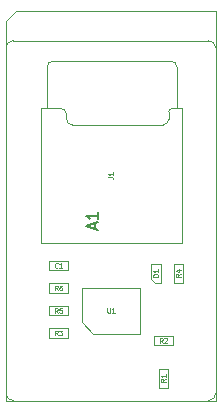
<source format=gbr>
%TF.GenerationSoftware,KiCad,Pcbnew,5.1.6+dfsg1-1~bpo10+1*%
%TF.CreationDate,Date%
%TF.ProjectId,ProMicro_LOG,50726f4d-6963-4726-9f5f-4c4f472e6b69,v1.2*%
%TF.SameCoordinates,Original*%
%TF.FileFunction,Other,Fab,Top*%
%FSLAX45Y45*%
G04 Gerber Fmt 4.5, Leading zero omitted, Abs format (unit mm)*
G04 Created by KiCad*
%MOMM*%
%LPD*%
G01*
G04 APERTURE LIST*
%TA.AperFunction,Profile*%
%ADD10C,0.100000*%
%TD*%
%ADD11C,0.100000*%
%ADD12C,0.060000*%
%ADD13C,0.150000*%
G04 APERTURE END LIST*
D10*
X-63500Y127000D02*
G75*
G03*
X-127000Y63500I0J-63500D01*
G01*
X1651000Y63500D02*
G75*
G03*
X1587500Y127000I-63500J0D01*
G01*
X1587500Y-2921000D02*
G75*
G03*
X1651000Y-2857500I0J63500D01*
G01*
X-127000Y-2857500D02*
G75*
G03*
X-63500Y-2921000I63500J0D01*
G01*
X-127000Y63500D02*
X-127000Y-2857500D01*
X1587500Y127000D02*
X-63500Y127000D01*
X1651000Y-2857500D02*
X1651000Y63500D01*
X-63500Y-2921000D02*
X1587500Y-2921000D01*
D11*
X237500Y-1818000D02*
X237500Y-1738000D01*
X237500Y-1738000D02*
X397500Y-1738000D01*
X397500Y-1738000D02*
X397500Y-1818000D01*
X397500Y-1818000D02*
X237500Y-1818000D01*
X1651000Y-2921000D02*
X-127000Y-2921000D01*
X-127000Y-2921000D02*
X-127000Y292100D01*
X-38100Y381000D02*
X-127000Y292100D01*
X-38100Y381000D02*
X1651000Y381000D01*
X1651000Y381000D02*
X1651000Y-2921000D01*
X1166500Y-2650500D02*
X1246500Y-2650500D01*
X1246500Y-2650500D02*
X1246500Y-2810500D01*
X1246500Y-2810500D02*
X1166500Y-2810500D01*
X1166500Y-2810500D02*
X1166500Y-2650500D01*
X1103000Y-1761500D02*
X1103000Y-1891500D01*
X1103000Y-1891500D02*
X1133000Y-1921500D01*
X1133000Y-1921500D02*
X1183000Y-1921500D01*
X1183000Y-1921500D02*
X1183000Y-1761500D01*
X1183000Y-1761500D02*
X1103000Y-1761500D01*
X1373500Y-1921500D02*
X1293500Y-1921500D01*
X1293500Y-1921500D02*
X1293500Y-1761500D01*
X1293500Y-1761500D02*
X1373500Y-1761500D01*
X1373500Y-1761500D02*
X1373500Y-1921500D01*
X237500Y-2008500D02*
X237500Y-1928500D01*
X237500Y-1928500D02*
X397500Y-1928500D01*
X397500Y-1928500D02*
X397500Y-2008500D01*
X397500Y-2008500D02*
X237500Y-2008500D01*
X237500Y-2199000D02*
X237500Y-2119000D01*
X237500Y-2119000D02*
X397500Y-2119000D01*
X397500Y-2119000D02*
X397500Y-2199000D01*
X397500Y-2199000D02*
X237500Y-2199000D01*
X237500Y-2389500D02*
X237500Y-2309500D01*
X237500Y-2309500D02*
X397500Y-2309500D01*
X397500Y-2309500D02*
X397500Y-2389500D01*
X397500Y-2389500D02*
X237500Y-2389500D01*
X1286500Y-2373000D02*
X1286500Y-2453000D01*
X1286500Y-2453000D02*
X1126500Y-2453000D01*
X1126500Y-2453000D02*
X1126500Y-2373000D01*
X1126500Y-2373000D02*
X1286500Y-2373000D01*
X517000Y-2256500D02*
X517000Y-1964000D01*
X517000Y-1964000D02*
X1007000Y-1964000D01*
X1007000Y-1964000D02*
X1007000Y-2354000D01*
X1007000Y-2354000D02*
X614500Y-2354000D01*
X614500Y-2354000D02*
X517000Y-2256500D01*
X271500Y-46000D02*
X1271500Y-46000D01*
X1252000Y-476000D02*
X1252000Y-536000D01*
X166500Y-446000D02*
X336000Y-446000D01*
X386000Y-536000D02*
X386000Y-496000D01*
X1202000Y-586000D02*
X436000Y-586000D01*
X1361500Y-1586000D02*
X166500Y-1586000D01*
X166500Y-446000D02*
X166500Y-1586000D01*
X1361500Y-446000D02*
X1283000Y-446000D01*
X1361500Y-1586000D02*
X1361500Y-446000D01*
X1321500Y-446000D02*
X1321500Y-96000D01*
X221500Y-96000D02*
X221500Y-446000D01*
X221500Y-96000D02*
G75*
G02*
X271500Y-46000I50000J0D01*
G01*
X1271500Y-46000D02*
G75*
G02*
X1321500Y-96000I0J-50000D01*
G01*
X1252000Y-476000D02*
G75*
G02*
X1282000Y-446000I30000J0D01*
G01*
X1252000Y-536000D02*
G75*
G02*
X1202000Y-586000I-50000J0D01*
G01*
X386000Y-536000D02*
G75*
G03*
X436000Y-586000I50000J0D01*
G01*
X336000Y-446000D02*
G75*
G02*
X386000Y-496000I0J-50000D01*
G01*
D12*
X310833Y-1792286D02*
X308929Y-1794190D01*
X303214Y-1796095D01*
X299405Y-1796095D01*
X293690Y-1794190D01*
X289881Y-1790381D01*
X287976Y-1786571D01*
X286071Y-1778952D01*
X286071Y-1773238D01*
X287976Y-1765619D01*
X289881Y-1761809D01*
X293690Y-1758000D01*
X299405Y-1756095D01*
X303214Y-1756095D01*
X308929Y-1758000D01*
X310833Y-1759905D01*
X348929Y-1796095D02*
X326071Y-1796095D01*
X337500Y-1796095D02*
X337500Y-1756095D01*
X333690Y-1761809D01*
X329881Y-1765619D01*
X326071Y-1767524D01*
D13*
X626267Y-1468428D02*
X626267Y-1420809D01*
X654838Y-1477952D02*
X554838Y-1444619D01*
X654838Y-1411286D01*
X654838Y-1325571D02*
X654838Y-1382714D01*
X654838Y-1354143D02*
X554838Y-1354143D01*
X569124Y-1363667D01*
X578648Y-1373190D01*
X583410Y-1382714D01*
D12*
X1224595Y-2737167D02*
X1205548Y-2750500D01*
X1224595Y-2760024D02*
X1184595Y-2760024D01*
X1184595Y-2744786D01*
X1186500Y-2740976D01*
X1188405Y-2739071D01*
X1192214Y-2737167D01*
X1197929Y-2737167D01*
X1201738Y-2739071D01*
X1203643Y-2740976D01*
X1205548Y-2744786D01*
X1205548Y-2760024D01*
X1224595Y-2699071D02*
X1224595Y-2721929D01*
X1224595Y-2710500D02*
X1184595Y-2710500D01*
X1190310Y-2714310D01*
X1194119Y-2718119D01*
X1196024Y-2721929D01*
X1161095Y-1871024D02*
X1121095Y-1871024D01*
X1121095Y-1861500D01*
X1123000Y-1855786D01*
X1126810Y-1851976D01*
X1130619Y-1850071D01*
X1138238Y-1848167D01*
X1143952Y-1848167D01*
X1151571Y-1850071D01*
X1155381Y-1851976D01*
X1159190Y-1855786D01*
X1161095Y-1861500D01*
X1161095Y-1871024D01*
X1161095Y-1810071D02*
X1161095Y-1832928D01*
X1161095Y-1821500D02*
X1121095Y-1821500D01*
X1126810Y-1825309D01*
X1130619Y-1829119D01*
X1132524Y-1832928D01*
X1351595Y-1848167D02*
X1332548Y-1861500D01*
X1351595Y-1871024D02*
X1311595Y-1871024D01*
X1311595Y-1855786D01*
X1313500Y-1851976D01*
X1315405Y-1850071D01*
X1319214Y-1848167D01*
X1324929Y-1848167D01*
X1328738Y-1850071D01*
X1330643Y-1851976D01*
X1332548Y-1855786D01*
X1332548Y-1871024D01*
X1324929Y-1813881D02*
X1351595Y-1813881D01*
X1309690Y-1823405D02*
X1338262Y-1832928D01*
X1338262Y-1808167D01*
X310833Y-1986595D02*
X297500Y-1967548D01*
X287976Y-1986595D02*
X287976Y-1946595D01*
X303214Y-1946595D01*
X307024Y-1948500D01*
X308929Y-1950405D01*
X310833Y-1954214D01*
X310833Y-1959928D01*
X308929Y-1963738D01*
X307024Y-1965643D01*
X303214Y-1967548D01*
X287976Y-1967548D01*
X345119Y-1946595D02*
X337500Y-1946595D01*
X333690Y-1948500D01*
X331786Y-1950405D01*
X327976Y-1956119D01*
X326071Y-1963738D01*
X326071Y-1978976D01*
X327976Y-1982786D01*
X329881Y-1984690D01*
X333690Y-1986595D01*
X341310Y-1986595D01*
X345119Y-1984690D01*
X347024Y-1982786D01*
X348929Y-1978976D01*
X348929Y-1969452D01*
X347024Y-1965643D01*
X345119Y-1963738D01*
X341310Y-1961833D01*
X333690Y-1961833D01*
X329881Y-1963738D01*
X327976Y-1965643D01*
X326071Y-1969452D01*
X310833Y-2177095D02*
X297500Y-2158048D01*
X287976Y-2177095D02*
X287976Y-2137095D01*
X303214Y-2137095D01*
X307024Y-2139000D01*
X308929Y-2140905D01*
X310833Y-2144714D01*
X310833Y-2150429D01*
X308929Y-2154238D01*
X307024Y-2156143D01*
X303214Y-2158048D01*
X287976Y-2158048D01*
X347024Y-2137095D02*
X327976Y-2137095D01*
X326071Y-2156143D01*
X327976Y-2154238D01*
X331786Y-2152333D01*
X341310Y-2152333D01*
X345119Y-2154238D01*
X347024Y-2156143D01*
X348929Y-2159952D01*
X348929Y-2169476D01*
X347024Y-2173286D01*
X345119Y-2175190D01*
X341310Y-2177095D01*
X331786Y-2177095D01*
X327976Y-2175190D01*
X326071Y-2173286D01*
X310833Y-2367595D02*
X297500Y-2348548D01*
X287976Y-2367595D02*
X287976Y-2327595D01*
X303214Y-2327595D01*
X307024Y-2329500D01*
X308929Y-2331405D01*
X310833Y-2335214D01*
X310833Y-2340929D01*
X308929Y-2344738D01*
X307024Y-2346643D01*
X303214Y-2348548D01*
X287976Y-2348548D01*
X324167Y-2327595D02*
X348929Y-2327595D01*
X335595Y-2342833D01*
X341310Y-2342833D01*
X345119Y-2344738D01*
X347024Y-2346643D01*
X348929Y-2350452D01*
X348929Y-2359976D01*
X347024Y-2363786D01*
X345119Y-2365690D01*
X341310Y-2367595D01*
X329881Y-2367595D01*
X326071Y-2365690D01*
X324167Y-2363786D01*
X1199833Y-2431095D02*
X1186500Y-2412048D01*
X1176976Y-2431095D02*
X1176976Y-2391095D01*
X1192214Y-2391095D01*
X1196024Y-2393000D01*
X1197929Y-2394905D01*
X1199833Y-2398714D01*
X1199833Y-2404429D01*
X1197929Y-2408238D01*
X1196024Y-2410143D01*
X1192214Y-2412048D01*
X1176976Y-2412048D01*
X1215071Y-2394905D02*
X1216976Y-2393000D01*
X1220786Y-2391095D01*
X1230310Y-2391095D01*
X1234119Y-2393000D01*
X1236024Y-2394905D01*
X1237929Y-2398714D01*
X1237929Y-2402524D01*
X1236024Y-2408238D01*
X1213167Y-2431095D01*
X1237929Y-2431095D01*
X731524Y-2137095D02*
X731524Y-2169476D01*
X733428Y-2173286D01*
X735333Y-2175190D01*
X739143Y-2177095D01*
X746762Y-2177095D01*
X750571Y-2175190D01*
X752476Y-2173286D01*
X754381Y-2169476D01*
X754381Y-2137095D01*
X794381Y-2177095D02*
X771524Y-2177095D01*
X782952Y-2177095D02*
X782952Y-2137095D01*
X779143Y-2142810D01*
X775333Y-2146619D01*
X771524Y-2148524D01*
X740095Y-1029333D02*
X768667Y-1029333D01*
X774381Y-1031238D01*
X778190Y-1035048D01*
X780095Y-1040762D01*
X780095Y-1044571D01*
X780095Y-989333D02*
X780095Y-1012190D01*
X780095Y-1000762D02*
X740095Y-1000762D01*
X745809Y-1004571D01*
X749619Y-1008381D01*
X751524Y-1012190D01*
M02*

</source>
